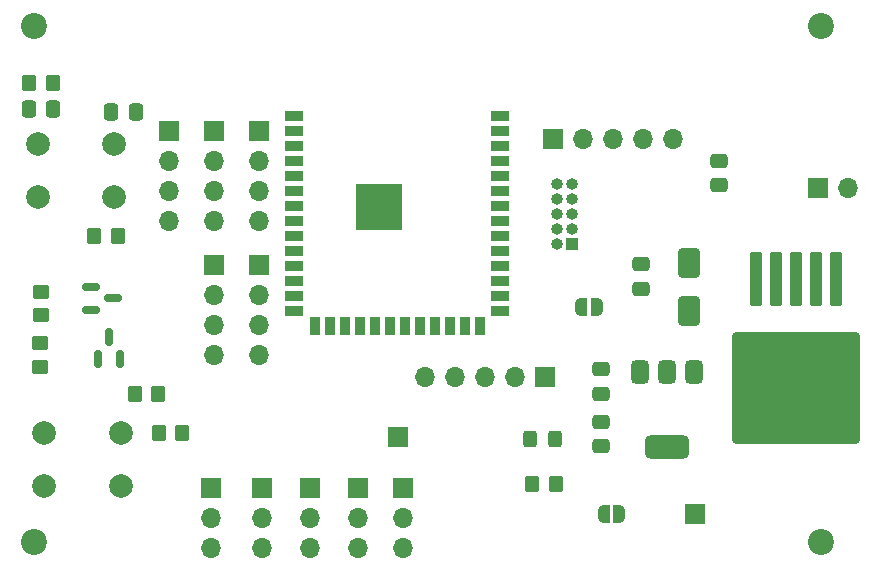
<source format=gbr>
%TF.GenerationSoftware,KiCad,Pcbnew,8.0.6*%
%TF.CreationDate,2025-04-07T16:11:50-05:00*%
%TF.ProjectId,ESP32,45535033-322e-46b6-9963-61645f706362,rev?*%
%TF.SameCoordinates,Original*%
%TF.FileFunction,Soldermask,Top*%
%TF.FilePolarity,Negative*%
%FSLAX46Y46*%
G04 Gerber Fmt 4.6, Leading zero omitted, Abs format (unit mm)*
G04 Created by KiCad (PCBNEW 8.0.6) date 2025-04-07 16:11:50*
%MOMM*%
%LPD*%
G01*
G04 APERTURE LIST*
G04 Aperture macros list*
%AMRoundRect*
0 Rectangle with rounded corners*
0 $1 Rounding radius*
0 $2 $3 $4 $5 $6 $7 $8 $9 X,Y pos of 4 corners*
0 Add a 4 corners polygon primitive as box body*
4,1,4,$2,$3,$4,$5,$6,$7,$8,$9,$2,$3,0*
0 Add four circle primitives for the rounded corners*
1,1,$1+$1,$2,$3*
1,1,$1+$1,$4,$5*
1,1,$1+$1,$6,$7*
1,1,$1+$1,$8,$9*
0 Add four rect primitives between the rounded corners*
20,1,$1+$1,$2,$3,$4,$5,0*
20,1,$1+$1,$4,$5,$6,$7,0*
20,1,$1+$1,$6,$7,$8,$9,0*
20,1,$1+$1,$8,$9,$2,$3,0*%
%AMFreePoly0*
4,1,19,0.500000,-0.750000,0.000000,-0.750000,0.000000,-0.744911,-0.071157,-0.744911,-0.207708,-0.704816,-0.327430,-0.627875,-0.420627,-0.520320,-0.479746,-0.390866,-0.500000,-0.250000,-0.500000,0.250000,-0.479746,0.390866,-0.420627,0.520320,-0.327430,0.627875,-0.207708,0.704816,-0.071157,0.744911,0.000000,0.744911,0.000000,0.750000,0.500000,0.750000,0.500000,-0.750000,0.500000,-0.750000,
$1*%
%AMFreePoly1*
4,1,19,0.000000,0.744911,0.071157,0.744911,0.207708,0.704816,0.327430,0.627875,0.420627,0.520320,0.479746,0.390866,0.500000,0.250000,0.500000,-0.250000,0.479746,-0.390866,0.420627,-0.520320,0.327430,-0.627875,0.207708,-0.704816,0.071157,-0.744911,0.000000,-0.744911,0.000000,-0.750000,-0.500000,-0.750000,-0.500000,0.750000,0.000000,0.750000,0.000000,0.744911,0.000000,0.744911,
$1*%
G04 Aperture macros list end*
%ADD10RoundRect,0.250000X-0.350000X-0.450000X0.350000X-0.450000X0.350000X0.450000X-0.350000X0.450000X0*%
%ADD11C,2.200000*%
%ADD12R,1.700000X1.700000*%
%ADD13O,1.700000X1.700000*%
%ADD14RoundRect,0.250000X-0.475000X0.337500X-0.475000X-0.337500X0.475000X-0.337500X0.475000X0.337500X0*%
%ADD15RoundRect,0.250000X-0.300000X2.050000X-0.300000X-2.050000X0.300000X-2.050000X0.300000X2.050000X0*%
%ADD16RoundRect,0.250002X-5.149998X4.449998X-5.149998X-4.449998X5.149998X-4.449998X5.149998X4.449998X0*%
%ADD17R,1.000000X1.000000*%
%ADD18O,1.000000X1.000000*%
%ADD19RoundRect,0.250000X0.350000X0.450000X-0.350000X0.450000X-0.350000X-0.450000X0.350000X-0.450000X0*%
%ADD20RoundRect,0.250000X0.450000X-0.350000X0.450000X0.350000X-0.450000X0.350000X-0.450000X-0.350000X0*%
%ADD21RoundRect,0.250000X-0.450000X0.350000X-0.450000X-0.350000X0.450000X-0.350000X0.450000X0.350000X0*%
%ADD22FreePoly0,0.000000*%
%ADD23FreePoly1,0.000000*%
%ADD24C,2.000000*%
%ADD25FreePoly0,180.000000*%
%ADD26FreePoly1,180.000000*%
%ADD27RoundRect,0.375000X-0.375000X0.625000X-0.375000X-0.625000X0.375000X-0.625000X0.375000X0.625000X0*%
%ADD28RoundRect,0.500000X-1.400000X0.500000X-1.400000X-0.500000X1.400000X-0.500000X1.400000X0.500000X0*%
%ADD29R,1.500000X0.900000*%
%ADD30R,0.900000X1.500000*%
%ADD31C,0.600000*%
%ADD32R,3.900000X3.900000*%
%ADD33RoundRect,0.250000X-0.337500X-0.475000X0.337500X-0.475000X0.337500X0.475000X-0.337500X0.475000X0*%
%ADD34RoundRect,0.250000X0.650000X-1.000000X0.650000X1.000000X-0.650000X1.000000X-0.650000X-1.000000X0*%
%ADD35RoundRect,0.150000X0.150000X-0.587500X0.150000X0.587500X-0.150000X0.587500X-0.150000X-0.587500X0*%
%ADD36RoundRect,0.250000X0.475000X-0.337500X0.475000X0.337500X-0.475000X0.337500X-0.475000X-0.337500X0*%
%ADD37RoundRect,0.250000X0.325000X0.450000X-0.325000X0.450000X-0.325000X-0.450000X0.325000X-0.450000X0*%
%ADD38RoundRect,0.250000X0.337500X0.475000X-0.337500X0.475000X-0.337500X-0.475000X0.337500X-0.475000X0*%
%ADD39RoundRect,0.150000X-0.587500X-0.150000X0.587500X-0.150000X0.587500X0.150000X-0.587500X0.150000X0*%
G04 APERTURE END LIST*
D10*
%TO.C,R4*%
X126127000Y-103124000D03*
X128127000Y-103124000D03*
%TD*%
D11*
%TO.C,H4*%
X115570000Y-112395000D03*
%TD*%
D12*
%TO.C,J3*%
X138938000Y-107823000D03*
D13*
X138938000Y-110363000D03*
X138938000Y-112903000D03*
%TD*%
D12*
%TO.C,J2*%
X134874000Y-107823000D03*
D13*
X134874000Y-110363000D03*
X134874000Y-112903000D03*
%TD*%
D14*
%TO.C,C3*%
X163566000Y-97750500D03*
X163566000Y-99825500D03*
%TD*%
D12*
%TO.C,TP1*%
X146431000Y-103505000D03*
%TD*%
D15*
%TO.C,U3*%
X183505000Y-90152000D03*
X181805000Y-90152000D03*
X180105000Y-90152000D03*
D16*
X180105000Y-99302000D03*
D15*
X178405000Y-90152000D03*
X176705000Y-90152000D03*
%TD*%
D12*
%TO.C,J5*%
X146812000Y-107823000D03*
D13*
X146812000Y-110363000D03*
X146812000Y-112903000D03*
%TD*%
D17*
%TO.C,J7*%
X161163000Y-87122000D03*
D18*
X159893000Y-87122000D03*
X161163000Y-85852000D03*
X159893000Y-85852000D03*
X161163000Y-84582000D03*
X159893000Y-84582000D03*
X161163000Y-83312000D03*
X159893000Y-83312000D03*
X161163000Y-82042000D03*
X159893000Y-82042000D03*
%TD*%
D19*
%TO.C,R1*%
X117153500Y-73503000D03*
X115153500Y-73503000D03*
%TD*%
D20*
%TO.C,R2*%
X116205000Y-93202000D03*
X116205000Y-91202000D03*
%TD*%
D12*
%TO.C,J16*%
X134620000Y-88900000D03*
D13*
X134620000Y-91440000D03*
X134620000Y-93980000D03*
X134620000Y-96520000D03*
%TD*%
D21*
%TO.C,R3*%
X116078000Y-95536000D03*
X116078000Y-97536000D03*
%TD*%
D10*
%TO.C,R9*%
X124095000Y-99822000D03*
X126095000Y-99822000D03*
%TD*%
D14*
%TO.C,C6*%
X166995000Y-88860500D03*
X166995000Y-90935500D03*
%TD*%
D11*
%TO.C,H2*%
X115570000Y-68707000D03*
%TD*%
D22*
%TO.C,JP2*%
X163830000Y-109982000D03*
D23*
X165130000Y-109982000D03*
%TD*%
D12*
%TO.C,J12*%
X134620000Y-77597000D03*
D13*
X134620000Y-80137000D03*
X134620000Y-82677000D03*
X134620000Y-85217000D03*
%TD*%
D12*
%TO.C,J1*%
X130556000Y-107838000D03*
D13*
X130556000Y-110378000D03*
X130556000Y-112918000D03*
%TD*%
D12*
%TO.C,J11*%
X158877000Y-98425000D03*
D13*
X156337000Y-98425000D03*
X153797000Y-98425000D03*
X151257000Y-98425000D03*
X148717000Y-98425000D03*
%TD*%
D24*
%TO.C,SW2*%
X115876000Y-78649000D03*
X122376000Y-78649000D03*
X115876000Y-83149000D03*
X122376000Y-83149000D03*
%TD*%
D25*
%TO.C,JP1*%
X163210000Y-92456000D03*
D26*
X161910000Y-92456000D03*
%TD*%
D11*
%TO.C,H3*%
X182245000Y-112395000D03*
%TD*%
D12*
%TO.C,J4*%
X143002000Y-107823000D03*
D13*
X143002000Y-110363000D03*
X143002000Y-112903000D03*
%TD*%
D27*
%TO.C,U2*%
X171440000Y-98026000D03*
X169140000Y-98026000D03*
D28*
X169140000Y-104326000D03*
D27*
X166840000Y-98026000D03*
%TD*%
D19*
%TO.C,R5*%
X159734000Y-107442000D03*
X157734000Y-107442000D03*
%TD*%
D29*
%TO.C,U1*%
X137567000Y-76327000D03*
X137567000Y-77597000D03*
X137567000Y-78867000D03*
X137567000Y-80137000D03*
X137567000Y-81407000D03*
X137567000Y-82677000D03*
X137567000Y-83947000D03*
X137567000Y-85217000D03*
X137567000Y-86487000D03*
X137567000Y-87757000D03*
X137567000Y-89027000D03*
X137567000Y-90297000D03*
X137567000Y-91567000D03*
X137567000Y-92837000D03*
D30*
X139332000Y-94087000D03*
X140602000Y-94087000D03*
X141872000Y-94087000D03*
X143142000Y-94087000D03*
X144412000Y-94087000D03*
X145682000Y-94087000D03*
X146952000Y-94087000D03*
X148222000Y-94087000D03*
X149492000Y-94087000D03*
X150762000Y-94087000D03*
X152032000Y-94087000D03*
X153302000Y-94087000D03*
D29*
X155067000Y-92837000D03*
X155067000Y-91567000D03*
X155067000Y-90297000D03*
X155067000Y-89027000D03*
X155067000Y-87757000D03*
X155067000Y-86487000D03*
X155067000Y-85217000D03*
X155067000Y-83947000D03*
X155067000Y-82677000D03*
X155067000Y-81407000D03*
X155067000Y-80137000D03*
X155067000Y-78867000D03*
X155067000Y-77597000D03*
X155067000Y-76327000D03*
D31*
X143417000Y-83347000D03*
X143417000Y-84747000D03*
X144117000Y-82647000D03*
X144117000Y-84047000D03*
X144117000Y-85447000D03*
X144817000Y-83347000D03*
D32*
X144817000Y-84047000D03*
D31*
X144817000Y-84747000D03*
X145517000Y-82647000D03*
X145517000Y-84047000D03*
X145517000Y-85447000D03*
X146217000Y-83347000D03*
X146217000Y-84747000D03*
%TD*%
D33*
%TO.C,C7*%
X122131000Y-75946000D03*
X124206000Y-75946000D03*
%TD*%
D12*
%TO.C,J13*%
X130810000Y-88900000D03*
D13*
X130810000Y-91440000D03*
X130810000Y-93980000D03*
X130810000Y-96520000D03*
%TD*%
D11*
%TO.C,H1*%
X182245000Y-68707000D03*
%TD*%
D34*
%TO.C,D2*%
X171059000Y-92787000D03*
X171059000Y-88787000D03*
%TD*%
D12*
%TO.C,TP2*%
X171577000Y-109982000D03*
%TD*%
D35*
%TO.C,Q2*%
X120970000Y-96871000D03*
X122870000Y-96871000D03*
X121920000Y-94996000D03*
%TD*%
D12*
%TO.C,J6*%
X159512000Y-78232000D03*
D13*
X162052000Y-78232000D03*
X164592000Y-78232000D03*
X167132000Y-78232000D03*
X169672000Y-78232000D03*
%TD*%
D12*
%TO.C,J14*%
X130810000Y-77597000D03*
D13*
X130810000Y-80137000D03*
X130810000Y-82677000D03*
X130810000Y-85217000D03*
%TD*%
D36*
%TO.C,C5*%
X173599000Y-82172500D03*
X173599000Y-80097500D03*
%TD*%
D37*
%TO.C,D1*%
X159648000Y-103632000D03*
X157598000Y-103632000D03*
%TD*%
D38*
%TO.C,C1*%
X117221000Y-75692000D03*
X115146000Y-75692000D03*
%TD*%
D12*
%TO.C,J15*%
X127000000Y-77597000D03*
D13*
X127000000Y-80137000D03*
X127000000Y-82677000D03*
X127000000Y-85217000D03*
%TD*%
D24*
%TO.C,SW1*%
X116459000Y-103124000D03*
X122959000Y-103124000D03*
X116459000Y-107624000D03*
X122959000Y-107624000D03*
%TD*%
D39*
%TO.C,Q1*%
X120396000Y-90805000D03*
X120396000Y-92705000D03*
X122271000Y-91755000D03*
%TD*%
D12*
%TO.C,+*%
X181964000Y-82385000D03*
D13*
X184504000Y-82385000D03*
%TD*%
D19*
%TO.C,R8*%
X122666000Y-86487000D03*
X120666000Y-86487000D03*
%TD*%
D36*
%TO.C,C2*%
X163566000Y-104270500D03*
X163566000Y-102195500D03*
%TD*%
M02*

</source>
